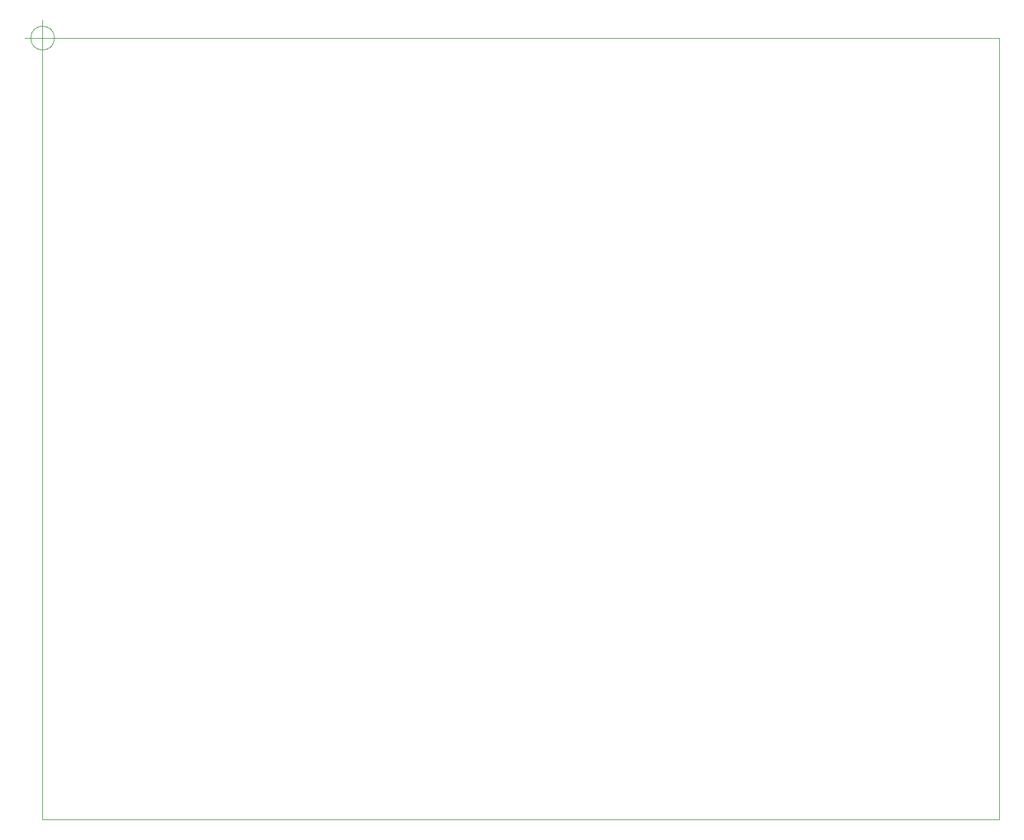
<source format=gm1>
G04 #@! TF.GenerationSoftware,KiCad,Pcbnew,(5.1.6-0-10_14)*
G04 #@! TF.CreationDate,2020-10-12T01:28:03+09:00*
G04 #@! TF.ProjectId,FreeDSP_SMD_AB_plus,46726565-4453-4505-9f53-4d445f41425f,rev?*
G04 #@! TF.SameCoordinates,Original*
G04 #@! TF.FileFunction,Profile,NP*
%FSLAX46Y46*%
G04 Gerber Fmt 4.6, Leading zero omitted, Abs format (unit mm)*
G04 Created by KiCad (PCBNEW (5.1.6-0-10_14)) date 2020-10-12 01:28:03*
%MOMM*%
%LPD*%
G01*
G04 APERTURE LIST*
G04 #@! TA.AperFunction,Profile*
%ADD10C,0.100000*%
G04 #@! TD*
G04 APERTURE END LIST*
D10*
X44449466Y-42088000D02*
G75*
G03*
X44449466Y-42088000I-1666666J0D01*
G01*
X40282800Y-42088000D02*
X45282800Y-42088000D01*
X42782800Y-39588000D02*
X42782800Y-44588000D01*
X42782800Y-42088000D02*
X42782800Y-151588000D01*
X42782800Y-42088000D02*
X176782800Y-42088000D01*
X176782800Y-151588000D02*
X176782800Y-42088000D01*
X42782800Y-151588000D02*
X176782800Y-151588000D01*
M02*

</source>
